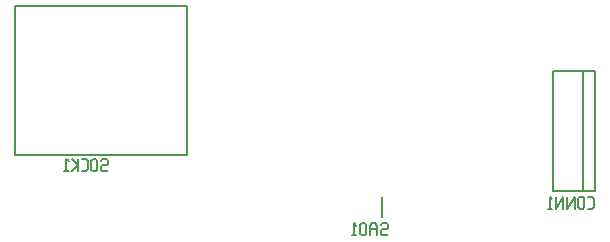
<source format=gbr>
G04 start of page 9 for group -4078 idx -4078 *
G04 Title: (unknown), bottomsilk *
G04 Creator: pcb 20140316 *
G04 CreationDate: mer. 15 juil. 2015 12:59:16 GMT UTC *
G04 For: clement *
G04 Format: Gerber/RS-274X *
G04 PCB-Dimensions (mil): 3023.62 1342.52 *
G04 PCB-Coordinate-Origin: lower left *
%MOIN*%
%FSLAX25Y25*%
%LNBOTTOMSILK*%
%ADD99C,0.0060*%
%ADD98C,0.0059*%
G54D98*X130531Y40138D02*Y33484D01*
X8366Y103937D02*X65650D01*
X8366Y54331D02*X65650D01*
Y103937D02*Y54331D01*
X8366Y103937D02*Y54331D01*
X197677Y82244D02*Y42244D01*
X187677D02*X201614D01*
X187677Y82244D02*X201614D01*
X187677D02*Y42244D01*
X201614Y82244D02*Y42244D01*
G54D99*X130638Y31520D02*X130138Y31020D01*
X130638Y31520D02*X132138D01*
X132638Y31020D02*X132138Y31520D01*
X132638Y30020D02*Y31020D01*
Y30020D02*X132138Y29520D01*
X130638D02*X132138D01*
X130638D02*X130138Y29020D01*
Y28020D02*Y29020D01*
X130638Y27520D02*X130138Y28020D01*
X130638Y27520D02*X132138D01*
X132638Y28020D02*X132138Y27520D01*
X128938D02*Y30520D01*
X128238Y31520D01*
X127138D02*X128238D01*
X127138D02*X126438Y30520D01*
Y27520D02*Y30520D01*
Y29520D02*X128938D01*
X125238Y28020D02*Y31020D01*
X124738Y31520D01*
X123738D02*X124738D01*
X123738D02*X123238Y31020D01*
Y28020D02*Y31020D01*
X123738Y27520D02*X123238Y28020D01*
X123738Y27520D02*X124738D01*
X125238Y28020D02*X124738Y27520D01*
X122038Y30720D02*X121238Y31520D01*
Y27520D02*Y31520D01*
X120538Y27520D02*X122038D01*
X37370Y52937D02*X36870Y52437D01*
X37370Y52937D02*X38870D01*
X39370Y52437D02*X38870Y52937D01*
X39370Y51437D02*Y52437D01*
Y51437D02*X38870Y50937D01*
X37370D02*X38870D01*
X37370D02*X36870Y50437D01*
Y49437D02*Y50437D01*
X37370Y48937D02*X36870Y49437D01*
X37370Y48937D02*X38870D01*
X39370Y49437D02*X38870Y48937D01*
X35670Y49437D02*Y52437D01*
X35170Y52937D01*
X34170D02*X35170D01*
X34170D02*X33670Y52437D01*
Y49437D02*Y52437D01*
X34170Y48937D02*X33670Y49437D01*
X34170Y48937D02*X35170D01*
X35670Y49437D02*X35170Y48937D01*
X30470D02*X31770D01*
X32470Y49637D02*X31770Y48937D01*
X32470Y49637D02*Y52237D01*
X31770Y52937D01*
X30470D02*X31770D01*
X29270Y48937D02*Y52937D01*
Y50937D02*X27270Y52937D01*
X29270Y50937D02*X27270Y48937D01*
X26070Y52137D02*X25270Y52937D01*
Y48937D02*Y52937D01*
X24570Y48937D02*X26070D01*
X199142Y36378D02*X200442D01*
X201142Y37078D02*X200442Y36378D01*
X201142Y37078D02*Y39678D01*
X200442Y40378D01*
X199142D02*X200442D01*
X197942Y36878D02*Y39878D01*
X197442Y40378D01*
X196442D02*X197442D01*
X196442D02*X195942Y39878D01*
Y36878D02*Y39878D01*
X196442Y36378D02*X195942Y36878D01*
X196442Y36378D02*X197442D01*
X197942Y36878D02*X197442Y36378D01*
X194742D02*Y40378D01*
X192242Y36378D01*
Y40378D01*
X191042Y36378D02*Y40378D01*
X188542Y36378D01*
Y40378D01*
X187342Y39578D02*X186542Y40378D01*
Y36378D02*Y40378D01*
X185842Y36378D02*X187342D01*
M02*

</source>
